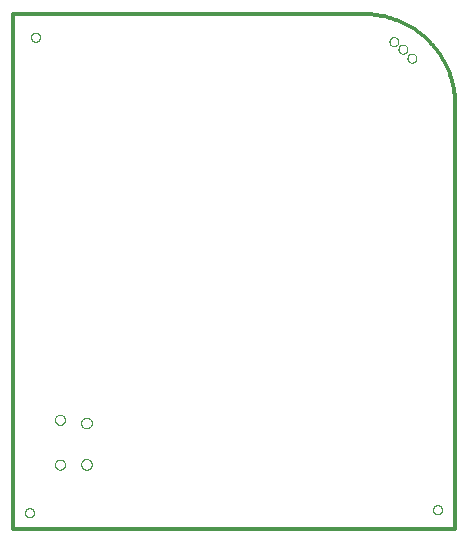
<source format=gko>
G75*
%MOIN*%
%OFA0B0*%
%FSLAX25Y25*%
%IPPOS*%
%LPD*%
%AMOC8*
5,1,8,0,0,1.08239X$1,22.5*
%
%ADD10C,0.01200*%
%ADD11C,0.00000*%
D10*
X0040433Y0036433D02*
X0040433Y0208134D01*
X0157860Y0208134D01*
X0158591Y0208119D01*
X0159321Y0208087D01*
X0160050Y0208036D01*
X0160778Y0207969D01*
X0161504Y0207883D01*
X0162227Y0207780D01*
X0162948Y0207660D01*
X0163666Y0207522D01*
X0164380Y0207368D01*
X0165091Y0207195D01*
X0165797Y0207006D01*
X0166498Y0206800D01*
X0167194Y0206576D01*
X0167884Y0206337D01*
X0168568Y0206080D01*
X0169246Y0205807D01*
X0169918Y0205518D01*
X0170582Y0205212D01*
X0171238Y0204891D01*
X0171886Y0204554D01*
X0172527Y0204201D01*
X0173158Y0203833D01*
X0173780Y0203449D01*
X0174393Y0203051D01*
X0174996Y0202638D01*
X0175589Y0202211D01*
X0176172Y0201769D01*
X0176743Y0201314D01*
X0177304Y0200845D01*
X0177853Y0200362D01*
X0178390Y0199866D01*
X0178915Y0199358D01*
X0179427Y0198837D01*
X0179927Y0198304D01*
X0180414Y0197758D01*
X0180887Y0197202D01*
X0181347Y0196633D01*
X0181793Y0196054D01*
X0182225Y0195465D01*
X0182642Y0194865D01*
X0183045Y0194255D01*
X0183433Y0193636D01*
X0183806Y0193007D01*
X0184164Y0192370D01*
X0184506Y0191724D01*
X0184832Y0191070D01*
X0185143Y0190408D01*
X0185437Y0189739D01*
X0185715Y0189063D01*
X0185977Y0188381D01*
X0186222Y0187692D01*
X0186451Y0186998D01*
X0186663Y0186299D01*
X0186857Y0185594D01*
X0187035Y0184885D01*
X0187195Y0184172D01*
X0187339Y0183455D01*
X0187464Y0182735D01*
X0187573Y0182013D01*
X0187664Y0181287D01*
X0187737Y0180560D01*
X0187793Y0179831D01*
X0187831Y0179101D01*
X0187851Y0178371D01*
X0187854Y0177640D01*
X0187854Y0036433D01*
X0040433Y0036433D01*
D11*
X0044433Y0041933D02*
X0044435Y0042010D01*
X0044441Y0042087D01*
X0044451Y0042164D01*
X0044465Y0042240D01*
X0044482Y0042315D01*
X0044504Y0042389D01*
X0044529Y0042462D01*
X0044559Y0042534D01*
X0044591Y0042604D01*
X0044628Y0042672D01*
X0044667Y0042738D01*
X0044710Y0042802D01*
X0044757Y0042864D01*
X0044806Y0042923D01*
X0044859Y0042980D01*
X0044914Y0043034D01*
X0044972Y0043085D01*
X0045033Y0043133D01*
X0045096Y0043178D01*
X0045161Y0043219D01*
X0045228Y0043257D01*
X0045297Y0043292D01*
X0045368Y0043322D01*
X0045440Y0043350D01*
X0045514Y0043373D01*
X0045588Y0043393D01*
X0045664Y0043409D01*
X0045740Y0043421D01*
X0045817Y0043429D01*
X0045894Y0043433D01*
X0045972Y0043433D01*
X0046049Y0043429D01*
X0046126Y0043421D01*
X0046202Y0043409D01*
X0046278Y0043393D01*
X0046352Y0043373D01*
X0046426Y0043350D01*
X0046498Y0043322D01*
X0046569Y0043292D01*
X0046638Y0043257D01*
X0046705Y0043219D01*
X0046770Y0043178D01*
X0046833Y0043133D01*
X0046894Y0043085D01*
X0046952Y0043034D01*
X0047007Y0042980D01*
X0047060Y0042923D01*
X0047109Y0042864D01*
X0047156Y0042802D01*
X0047199Y0042738D01*
X0047238Y0042672D01*
X0047275Y0042604D01*
X0047307Y0042534D01*
X0047337Y0042462D01*
X0047362Y0042389D01*
X0047384Y0042315D01*
X0047401Y0042240D01*
X0047415Y0042164D01*
X0047425Y0042087D01*
X0047431Y0042010D01*
X0047433Y0041933D01*
X0047431Y0041856D01*
X0047425Y0041779D01*
X0047415Y0041702D01*
X0047401Y0041626D01*
X0047384Y0041551D01*
X0047362Y0041477D01*
X0047337Y0041404D01*
X0047307Y0041332D01*
X0047275Y0041262D01*
X0047238Y0041194D01*
X0047199Y0041128D01*
X0047156Y0041064D01*
X0047109Y0041002D01*
X0047060Y0040943D01*
X0047007Y0040886D01*
X0046952Y0040832D01*
X0046894Y0040781D01*
X0046833Y0040733D01*
X0046770Y0040688D01*
X0046705Y0040647D01*
X0046638Y0040609D01*
X0046569Y0040574D01*
X0046498Y0040544D01*
X0046426Y0040516D01*
X0046352Y0040493D01*
X0046278Y0040473D01*
X0046202Y0040457D01*
X0046126Y0040445D01*
X0046049Y0040437D01*
X0045972Y0040433D01*
X0045894Y0040433D01*
X0045817Y0040437D01*
X0045740Y0040445D01*
X0045664Y0040457D01*
X0045588Y0040473D01*
X0045514Y0040493D01*
X0045440Y0040516D01*
X0045368Y0040544D01*
X0045297Y0040574D01*
X0045228Y0040609D01*
X0045161Y0040647D01*
X0045096Y0040688D01*
X0045033Y0040733D01*
X0044972Y0040781D01*
X0044914Y0040832D01*
X0044859Y0040886D01*
X0044806Y0040943D01*
X0044757Y0041002D01*
X0044710Y0041064D01*
X0044667Y0041128D01*
X0044628Y0041194D01*
X0044591Y0041262D01*
X0044559Y0041332D01*
X0044529Y0041404D01*
X0044504Y0041477D01*
X0044482Y0041551D01*
X0044465Y0041626D01*
X0044451Y0041702D01*
X0044441Y0041779D01*
X0044435Y0041856D01*
X0044433Y0041933D01*
X0054421Y0057953D02*
X0054423Y0058034D01*
X0054429Y0058116D01*
X0054439Y0058197D01*
X0054453Y0058277D01*
X0054470Y0058356D01*
X0054492Y0058435D01*
X0054517Y0058512D01*
X0054546Y0058589D01*
X0054579Y0058663D01*
X0054616Y0058736D01*
X0054655Y0058807D01*
X0054699Y0058876D01*
X0054745Y0058943D01*
X0054795Y0059007D01*
X0054848Y0059069D01*
X0054904Y0059129D01*
X0054962Y0059185D01*
X0055024Y0059239D01*
X0055088Y0059290D01*
X0055154Y0059337D01*
X0055222Y0059381D01*
X0055293Y0059422D01*
X0055365Y0059459D01*
X0055440Y0059493D01*
X0055515Y0059523D01*
X0055593Y0059549D01*
X0055671Y0059572D01*
X0055750Y0059590D01*
X0055830Y0059605D01*
X0055911Y0059616D01*
X0055992Y0059623D01*
X0056074Y0059626D01*
X0056155Y0059625D01*
X0056236Y0059620D01*
X0056317Y0059611D01*
X0056398Y0059598D01*
X0056478Y0059581D01*
X0056556Y0059561D01*
X0056634Y0059536D01*
X0056711Y0059508D01*
X0056786Y0059476D01*
X0056859Y0059441D01*
X0056930Y0059402D01*
X0057000Y0059359D01*
X0057067Y0059314D01*
X0057133Y0059265D01*
X0057195Y0059213D01*
X0057255Y0059157D01*
X0057312Y0059099D01*
X0057367Y0059039D01*
X0057418Y0058975D01*
X0057466Y0058910D01*
X0057511Y0058842D01*
X0057553Y0058772D01*
X0057591Y0058700D01*
X0057626Y0058626D01*
X0057657Y0058551D01*
X0057684Y0058474D01*
X0057707Y0058396D01*
X0057727Y0058317D01*
X0057743Y0058237D01*
X0057755Y0058156D01*
X0057763Y0058075D01*
X0057767Y0057994D01*
X0057767Y0057912D01*
X0057763Y0057831D01*
X0057755Y0057750D01*
X0057743Y0057669D01*
X0057727Y0057589D01*
X0057707Y0057510D01*
X0057684Y0057432D01*
X0057657Y0057355D01*
X0057626Y0057280D01*
X0057591Y0057206D01*
X0057553Y0057134D01*
X0057511Y0057064D01*
X0057466Y0056996D01*
X0057418Y0056931D01*
X0057367Y0056867D01*
X0057312Y0056807D01*
X0057255Y0056749D01*
X0057195Y0056693D01*
X0057133Y0056641D01*
X0057067Y0056592D01*
X0057000Y0056547D01*
X0056931Y0056504D01*
X0056859Y0056465D01*
X0056786Y0056430D01*
X0056711Y0056398D01*
X0056634Y0056370D01*
X0056556Y0056345D01*
X0056478Y0056325D01*
X0056398Y0056308D01*
X0056317Y0056295D01*
X0056236Y0056286D01*
X0056155Y0056281D01*
X0056074Y0056280D01*
X0055992Y0056283D01*
X0055911Y0056290D01*
X0055830Y0056301D01*
X0055750Y0056316D01*
X0055671Y0056334D01*
X0055593Y0056357D01*
X0055515Y0056383D01*
X0055440Y0056413D01*
X0055365Y0056447D01*
X0055293Y0056484D01*
X0055222Y0056525D01*
X0055154Y0056569D01*
X0055088Y0056616D01*
X0055024Y0056667D01*
X0054962Y0056721D01*
X0054904Y0056777D01*
X0054848Y0056837D01*
X0054795Y0056899D01*
X0054745Y0056963D01*
X0054699Y0057030D01*
X0054655Y0057099D01*
X0054616Y0057170D01*
X0054579Y0057243D01*
X0054546Y0057317D01*
X0054517Y0057394D01*
X0054492Y0057471D01*
X0054470Y0057550D01*
X0054453Y0057629D01*
X0054439Y0057709D01*
X0054429Y0057790D01*
X0054423Y0057872D01*
X0054421Y0057953D01*
X0063161Y0058043D02*
X0063163Y0058127D01*
X0063169Y0058210D01*
X0063179Y0058293D01*
X0063193Y0058376D01*
X0063210Y0058458D01*
X0063232Y0058539D01*
X0063257Y0058618D01*
X0063286Y0058697D01*
X0063319Y0058774D01*
X0063355Y0058849D01*
X0063395Y0058923D01*
X0063438Y0058995D01*
X0063485Y0059064D01*
X0063535Y0059131D01*
X0063588Y0059196D01*
X0063644Y0059258D01*
X0063702Y0059318D01*
X0063764Y0059375D01*
X0063828Y0059428D01*
X0063895Y0059479D01*
X0063964Y0059526D01*
X0064035Y0059571D01*
X0064108Y0059611D01*
X0064183Y0059648D01*
X0064260Y0059682D01*
X0064338Y0059712D01*
X0064417Y0059738D01*
X0064498Y0059761D01*
X0064580Y0059779D01*
X0064662Y0059794D01*
X0064745Y0059805D01*
X0064828Y0059812D01*
X0064912Y0059815D01*
X0064996Y0059814D01*
X0065079Y0059809D01*
X0065163Y0059800D01*
X0065245Y0059787D01*
X0065327Y0059771D01*
X0065408Y0059750D01*
X0065489Y0059726D01*
X0065567Y0059698D01*
X0065645Y0059666D01*
X0065721Y0059630D01*
X0065795Y0059591D01*
X0065867Y0059549D01*
X0065937Y0059503D01*
X0066005Y0059454D01*
X0066070Y0059402D01*
X0066133Y0059347D01*
X0066193Y0059289D01*
X0066251Y0059228D01*
X0066305Y0059164D01*
X0066357Y0059098D01*
X0066405Y0059030D01*
X0066450Y0058959D01*
X0066491Y0058886D01*
X0066530Y0058812D01*
X0066564Y0058736D01*
X0066595Y0058658D01*
X0066622Y0058579D01*
X0066646Y0058498D01*
X0066665Y0058417D01*
X0066681Y0058335D01*
X0066693Y0058252D01*
X0066701Y0058168D01*
X0066705Y0058085D01*
X0066705Y0058001D01*
X0066701Y0057918D01*
X0066693Y0057834D01*
X0066681Y0057751D01*
X0066665Y0057669D01*
X0066646Y0057588D01*
X0066622Y0057507D01*
X0066595Y0057428D01*
X0066564Y0057350D01*
X0066530Y0057274D01*
X0066491Y0057200D01*
X0066450Y0057127D01*
X0066405Y0057056D01*
X0066357Y0056988D01*
X0066305Y0056922D01*
X0066251Y0056858D01*
X0066193Y0056797D01*
X0066133Y0056739D01*
X0066070Y0056684D01*
X0066005Y0056632D01*
X0065937Y0056583D01*
X0065867Y0056537D01*
X0065795Y0056495D01*
X0065721Y0056456D01*
X0065645Y0056420D01*
X0065567Y0056388D01*
X0065489Y0056360D01*
X0065408Y0056336D01*
X0065327Y0056315D01*
X0065245Y0056299D01*
X0065163Y0056286D01*
X0065079Y0056277D01*
X0064996Y0056272D01*
X0064912Y0056271D01*
X0064828Y0056274D01*
X0064745Y0056281D01*
X0064662Y0056292D01*
X0064580Y0056307D01*
X0064498Y0056325D01*
X0064417Y0056348D01*
X0064338Y0056374D01*
X0064260Y0056404D01*
X0064183Y0056438D01*
X0064108Y0056475D01*
X0064035Y0056515D01*
X0063964Y0056560D01*
X0063895Y0056607D01*
X0063828Y0056658D01*
X0063764Y0056711D01*
X0063702Y0056768D01*
X0063644Y0056828D01*
X0063588Y0056890D01*
X0063535Y0056955D01*
X0063485Y0057022D01*
X0063438Y0057091D01*
X0063395Y0057163D01*
X0063355Y0057237D01*
X0063319Y0057312D01*
X0063286Y0057389D01*
X0063257Y0057468D01*
X0063232Y0057547D01*
X0063210Y0057628D01*
X0063193Y0057710D01*
X0063179Y0057793D01*
X0063169Y0057876D01*
X0063163Y0057959D01*
X0063161Y0058043D01*
X0063161Y0071823D02*
X0063163Y0071907D01*
X0063169Y0071990D01*
X0063179Y0072073D01*
X0063193Y0072156D01*
X0063210Y0072238D01*
X0063232Y0072319D01*
X0063257Y0072398D01*
X0063286Y0072477D01*
X0063319Y0072554D01*
X0063355Y0072629D01*
X0063395Y0072703D01*
X0063438Y0072775D01*
X0063485Y0072844D01*
X0063535Y0072911D01*
X0063588Y0072976D01*
X0063644Y0073038D01*
X0063702Y0073098D01*
X0063764Y0073155D01*
X0063828Y0073208D01*
X0063895Y0073259D01*
X0063964Y0073306D01*
X0064035Y0073351D01*
X0064108Y0073391D01*
X0064183Y0073428D01*
X0064260Y0073462D01*
X0064338Y0073492D01*
X0064417Y0073518D01*
X0064498Y0073541D01*
X0064580Y0073559D01*
X0064662Y0073574D01*
X0064745Y0073585D01*
X0064828Y0073592D01*
X0064912Y0073595D01*
X0064996Y0073594D01*
X0065079Y0073589D01*
X0065163Y0073580D01*
X0065245Y0073567D01*
X0065327Y0073551D01*
X0065408Y0073530D01*
X0065489Y0073506D01*
X0065567Y0073478D01*
X0065645Y0073446D01*
X0065721Y0073410D01*
X0065795Y0073371D01*
X0065867Y0073329D01*
X0065937Y0073283D01*
X0066005Y0073234D01*
X0066070Y0073182D01*
X0066133Y0073127D01*
X0066193Y0073069D01*
X0066251Y0073008D01*
X0066305Y0072944D01*
X0066357Y0072878D01*
X0066405Y0072810D01*
X0066450Y0072739D01*
X0066491Y0072666D01*
X0066530Y0072592D01*
X0066564Y0072516D01*
X0066595Y0072438D01*
X0066622Y0072359D01*
X0066646Y0072278D01*
X0066665Y0072197D01*
X0066681Y0072115D01*
X0066693Y0072032D01*
X0066701Y0071948D01*
X0066705Y0071865D01*
X0066705Y0071781D01*
X0066701Y0071698D01*
X0066693Y0071614D01*
X0066681Y0071531D01*
X0066665Y0071449D01*
X0066646Y0071368D01*
X0066622Y0071287D01*
X0066595Y0071208D01*
X0066564Y0071130D01*
X0066530Y0071054D01*
X0066491Y0070980D01*
X0066450Y0070907D01*
X0066405Y0070836D01*
X0066357Y0070768D01*
X0066305Y0070702D01*
X0066251Y0070638D01*
X0066193Y0070577D01*
X0066133Y0070519D01*
X0066070Y0070464D01*
X0066005Y0070412D01*
X0065937Y0070363D01*
X0065867Y0070317D01*
X0065795Y0070275D01*
X0065721Y0070236D01*
X0065645Y0070200D01*
X0065567Y0070168D01*
X0065489Y0070140D01*
X0065408Y0070116D01*
X0065327Y0070095D01*
X0065245Y0070079D01*
X0065163Y0070066D01*
X0065079Y0070057D01*
X0064996Y0070052D01*
X0064912Y0070051D01*
X0064828Y0070054D01*
X0064745Y0070061D01*
X0064662Y0070072D01*
X0064580Y0070087D01*
X0064498Y0070105D01*
X0064417Y0070128D01*
X0064338Y0070154D01*
X0064260Y0070184D01*
X0064183Y0070218D01*
X0064108Y0070255D01*
X0064035Y0070295D01*
X0063964Y0070340D01*
X0063895Y0070387D01*
X0063828Y0070438D01*
X0063764Y0070491D01*
X0063702Y0070548D01*
X0063644Y0070608D01*
X0063588Y0070670D01*
X0063535Y0070735D01*
X0063485Y0070802D01*
X0063438Y0070871D01*
X0063395Y0070943D01*
X0063355Y0071017D01*
X0063319Y0071092D01*
X0063286Y0071169D01*
X0063257Y0071248D01*
X0063232Y0071327D01*
X0063210Y0071408D01*
X0063193Y0071490D01*
X0063179Y0071573D01*
X0063169Y0071656D01*
X0063163Y0071739D01*
X0063161Y0071823D01*
X0054421Y0072913D02*
X0054423Y0072994D01*
X0054429Y0073076D01*
X0054439Y0073157D01*
X0054453Y0073237D01*
X0054470Y0073316D01*
X0054492Y0073395D01*
X0054517Y0073472D01*
X0054546Y0073549D01*
X0054579Y0073623D01*
X0054616Y0073696D01*
X0054655Y0073767D01*
X0054699Y0073836D01*
X0054745Y0073903D01*
X0054795Y0073967D01*
X0054848Y0074029D01*
X0054904Y0074089D01*
X0054962Y0074145D01*
X0055024Y0074199D01*
X0055088Y0074250D01*
X0055154Y0074297D01*
X0055222Y0074341D01*
X0055293Y0074382D01*
X0055365Y0074419D01*
X0055440Y0074453D01*
X0055515Y0074483D01*
X0055593Y0074509D01*
X0055671Y0074532D01*
X0055750Y0074550D01*
X0055830Y0074565D01*
X0055911Y0074576D01*
X0055992Y0074583D01*
X0056074Y0074586D01*
X0056155Y0074585D01*
X0056236Y0074580D01*
X0056317Y0074571D01*
X0056398Y0074558D01*
X0056478Y0074541D01*
X0056556Y0074521D01*
X0056634Y0074496D01*
X0056711Y0074468D01*
X0056786Y0074436D01*
X0056859Y0074401D01*
X0056930Y0074362D01*
X0057000Y0074319D01*
X0057067Y0074274D01*
X0057133Y0074225D01*
X0057195Y0074173D01*
X0057255Y0074117D01*
X0057312Y0074059D01*
X0057367Y0073999D01*
X0057418Y0073935D01*
X0057466Y0073870D01*
X0057511Y0073802D01*
X0057553Y0073732D01*
X0057591Y0073660D01*
X0057626Y0073586D01*
X0057657Y0073511D01*
X0057684Y0073434D01*
X0057707Y0073356D01*
X0057727Y0073277D01*
X0057743Y0073197D01*
X0057755Y0073116D01*
X0057763Y0073035D01*
X0057767Y0072954D01*
X0057767Y0072872D01*
X0057763Y0072791D01*
X0057755Y0072710D01*
X0057743Y0072629D01*
X0057727Y0072549D01*
X0057707Y0072470D01*
X0057684Y0072392D01*
X0057657Y0072315D01*
X0057626Y0072240D01*
X0057591Y0072166D01*
X0057553Y0072094D01*
X0057511Y0072024D01*
X0057466Y0071956D01*
X0057418Y0071891D01*
X0057367Y0071827D01*
X0057312Y0071767D01*
X0057255Y0071709D01*
X0057195Y0071653D01*
X0057133Y0071601D01*
X0057067Y0071552D01*
X0057000Y0071507D01*
X0056931Y0071464D01*
X0056859Y0071425D01*
X0056786Y0071390D01*
X0056711Y0071358D01*
X0056634Y0071330D01*
X0056556Y0071305D01*
X0056478Y0071285D01*
X0056398Y0071268D01*
X0056317Y0071255D01*
X0056236Y0071246D01*
X0056155Y0071241D01*
X0056074Y0071240D01*
X0055992Y0071243D01*
X0055911Y0071250D01*
X0055830Y0071261D01*
X0055750Y0071276D01*
X0055671Y0071294D01*
X0055593Y0071317D01*
X0055515Y0071343D01*
X0055440Y0071373D01*
X0055365Y0071407D01*
X0055293Y0071444D01*
X0055222Y0071485D01*
X0055154Y0071529D01*
X0055088Y0071576D01*
X0055024Y0071627D01*
X0054962Y0071681D01*
X0054904Y0071737D01*
X0054848Y0071797D01*
X0054795Y0071859D01*
X0054745Y0071923D01*
X0054699Y0071990D01*
X0054655Y0072059D01*
X0054616Y0072130D01*
X0054579Y0072203D01*
X0054546Y0072277D01*
X0054517Y0072354D01*
X0054492Y0072431D01*
X0054470Y0072510D01*
X0054453Y0072589D01*
X0054439Y0072669D01*
X0054429Y0072750D01*
X0054423Y0072832D01*
X0054421Y0072913D01*
X0046433Y0200433D02*
X0046435Y0200510D01*
X0046441Y0200587D01*
X0046451Y0200664D01*
X0046465Y0200740D01*
X0046482Y0200815D01*
X0046504Y0200889D01*
X0046529Y0200962D01*
X0046559Y0201034D01*
X0046591Y0201104D01*
X0046628Y0201172D01*
X0046667Y0201238D01*
X0046710Y0201302D01*
X0046757Y0201364D01*
X0046806Y0201423D01*
X0046859Y0201480D01*
X0046914Y0201534D01*
X0046972Y0201585D01*
X0047033Y0201633D01*
X0047096Y0201678D01*
X0047161Y0201719D01*
X0047228Y0201757D01*
X0047297Y0201792D01*
X0047368Y0201822D01*
X0047440Y0201850D01*
X0047514Y0201873D01*
X0047588Y0201893D01*
X0047664Y0201909D01*
X0047740Y0201921D01*
X0047817Y0201929D01*
X0047894Y0201933D01*
X0047972Y0201933D01*
X0048049Y0201929D01*
X0048126Y0201921D01*
X0048202Y0201909D01*
X0048278Y0201893D01*
X0048352Y0201873D01*
X0048426Y0201850D01*
X0048498Y0201822D01*
X0048569Y0201792D01*
X0048638Y0201757D01*
X0048705Y0201719D01*
X0048770Y0201678D01*
X0048833Y0201633D01*
X0048894Y0201585D01*
X0048952Y0201534D01*
X0049007Y0201480D01*
X0049060Y0201423D01*
X0049109Y0201364D01*
X0049156Y0201302D01*
X0049199Y0201238D01*
X0049238Y0201172D01*
X0049275Y0201104D01*
X0049307Y0201034D01*
X0049337Y0200962D01*
X0049362Y0200889D01*
X0049384Y0200815D01*
X0049401Y0200740D01*
X0049415Y0200664D01*
X0049425Y0200587D01*
X0049431Y0200510D01*
X0049433Y0200433D01*
X0049431Y0200356D01*
X0049425Y0200279D01*
X0049415Y0200202D01*
X0049401Y0200126D01*
X0049384Y0200051D01*
X0049362Y0199977D01*
X0049337Y0199904D01*
X0049307Y0199832D01*
X0049275Y0199762D01*
X0049238Y0199694D01*
X0049199Y0199628D01*
X0049156Y0199564D01*
X0049109Y0199502D01*
X0049060Y0199443D01*
X0049007Y0199386D01*
X0048952Y0199332D01*
X0048894Y0199281D01*
X0048833Y0199233D01*
X0048770Y0199188D01*
X0048705Y0199147D01*
X0048638Y0199109D01*
X0048569Y0199074D01*
X0048498Y0199044D01*
X0048426Y0199016D01*
X0048352Y0198993D01*
X0048278Y0198973D01*
X0048202Y0198957D01*
X0048126Y0198945D01*
X0048049Y0198937D01*
X0047972Y0198933D01*
X0047894Y0198933D01*
X0047817Y0198937D01*
X0047740Y0198945D01*
X0047664Y0198957D01*
X0047588Y0198973D01*
X0047514Y0198993D01*
X0047440Y0199016D01*
X0047368Y0199044D01*
X0047297Y0199074D01*
X0047228Y0199109D01*
X0047161Y0199147D01*
X0047096Y0199188D01*
X0047033Y0199233D01*
X0046972Y0199281D01*
X0046914Y0199332D01*
X0046859Y0199386D01*
X0046806Y0199443D01*
X0046757Y0199502D01*
X0046710Y0199564D01*
X0046667Y0199628D01*
X0046628Y0199694D01*
X0046591Y0199762D01*
X0046559Y0199832D01*
X0046529Y0199904D01*
X0046504Y0199977D01*
X0046482Y0200051D01*
X0046465Y0200126D01*
X0046451Y0200202D01*
X0046441Y0200279D01*
X0046435Y0200356D01*
X0046433Y0200433D01*
X0165933Y0198933D02*
X0165935Y0199010D01*
X0165941Y0199087D01*
X0165951Y0199164D01*
X0165965Y0199240D01*
X0165982Y0199315D01*
X0166004Y0199389D01*
X0166029Y0199462D01*
X0166059Y0199534D01*
X0166091Y0199604D01*
X0166128Y0199672D01*
X0166167Y0199738D01*
X0166210Y0199802D01*
X0166257Y0199864D01*
X0166306Y0199923D01*
X0166359Y0199980D01*
X0166414Y0200034D01*
X0166472Y0200085D01*
X0166533Y0200133D01*
X0166596Y0200178D01*
X0166661Y0200219D01*
X0166728Y0200257D01*
X0166797Y0200292D01*
X0166868Y0200322D01*
X0166940Y0200350D01*
X0167014Y0200373D01*
X0167088Y0200393D01*
X0167164Y0200409D01*
X0167240Y0200421D01*
X0167317Y0200429D01*
X0167394Y0200433D01*
X0167472Y0200433D01*
X0167549Y0200429D01*
X0167626Y0200421D01*
X0167702Y0200409D01*
X0167778Y0200393D01*
X0167852Y0200373D01*
X0167926Y0200350D01*
X0167998Y0200322D01*
X0168069Y0200292D01*
X0168138Y0200257D01*
X0168205Y0200219D01*
X0168270Y0200178D01*
X0168333Y0200133D01*
X0168394Y0200085D01*
X0168452Y0200034D01*
X0168507Y0199980D01*
X0168560Y0199923D01*
X0168609Y0199864D01*
X0168656Y0199802D01*
X0168699Y0199738D01*
X0168738Y0199672D01*
X0168775Y0199604D01*
X0168807Y0199534D01*
X0168837Y0199462D01*
X0168862Y0199389D01*
X0168884Y0199315D01*
X0168901Y0199240D01*
X0168915Y0199164D01*
X0168925Y0199087D01*
X0168931Y0199010D01*
X0168933Y0198933D01*
X0168931Y0198856D01*
X0168925Y0198779D01*
X0168915Y0198702D01*
X0168901Y0198626D01*
X0168884Y0198551D01*
X0168862Y0198477D01*
X0168837Y0198404D01*
X0168807Y0198332D01*
X0168775Y0198262D01*
X0168738Y0198194D01*
X0168699Y0198128D01*
X0168656Y0198064D01*
X0168609Y0198002D01*
X0168560Y0197943D01*
X0168507Y0197886D01*
X0168452Y0197832D01*
X0168394Y0197781D01*
X0168333Y0197733D01*
X0168270Y0197688D01*
X0168205Y0197647D01*
X0168138Y0197609D01*
X0168069Y0197574D01*
X0167998Y0197544D01*
X0167926Y0197516D01*
X0167852Y0197493D01*
X0167778Y0197473D01*
X0167702Y0197457D01*
X0167626Y0197445D01*
X0167549Y0197437D01*
X0167472Y0197433D01*
X0167394Y0197433D01*
X0167317Y0197437D01*
X0167240Y0197445D01*
X0167164Y0197457D01*
X0167088Y0197473D01*
X0167014Y0197493D01*
X0166940Y0197516D01*
X0166868Y0197544D01*
X0166797Y0197574D01*
X0166728Y0197609D01*
X0166661Y0197647D01*
X0166596Y0197688D01*
X0166533Y0197733D01*
X0166472Y0197781D01*
X0166414Y0197832D01*
X0166359Y0197886D01*
X0166306Y0197943D01*
X0166257Y0198002D01*
X0166210Y0198064D01*
X0166167Y0198128D01*
X0166128Y0198194D01*
X0166091Y0198262D01*
X0166059Y0198332D01*
X0166029Y0198404D01*
X0166004Y0198477D01*
X0165982Y0198551D01*
X0165965Y0198626D01*
X0165951Y0198702D01*
X0165941Y0198779D01*
X0165935Y0198856D01*
X0165933Y0198933D01*
X0168933Y0196433D02*
X0168935Y0196510D01*
X0168941Y0196587D01*
X0168951Y0196664D01*
X0168965Y0196740D01*
X0168982Y0196815D01*
X0169004Y0196889D01*
X0169029Y0196962D01*
X0169059Y0197034D01*
X0169091Y0197104D01*
X0169128Y0197172D01*
X0169167Y0197238D01*
X0169210Y0197302D01*
X0169257Y0197364D01*
X0169306Y0197423D01*
X0169359Y0197480D01*
X0169414Y0197534D01*
X0169472Y0197585D01*
X0169533Y0197633D01*
X0169596Y0197678D01*
X0169661Y0197719D01*
X0169728Y0197757D01*
X0169797Y0197792D01*
X0169868Y0197822D01*
X0169940Y0197850D01*
X0170014Y0197873D01*
X0170088Y0197893D01*
X0170164Y0197909D01*
X0170240Y0197921D01*
X0170317Y0197929D01*
X0170394Y0197933D01*
X0170472Y0197933D01*
X0170549Y0197929D01*
X0170626Y0197921D01*
X0170702Y0197909D01*
X0170778Y0197893D01*
X0170852Y0197873D01*
X0170926Y0197850D01*
X0170998Y0197822D01*
X0171069Y0197792D01*
X0171138Y0197757D01*
X0171205Y0197719D01*
X0171270Y0197678D01*
X0171333Y0197633D01*
X0171394Y0197585D01*
X0171452Y0197534D01*
X0171507Y0197480D01*
X0171560Y0197423D01*
X0171609Y0197364D01*
X0171656Y0197302D01*
X0171699Y0197238D01*
X0171738Y0197172D01*
X0171775Y0197104D01*
X0171807Y0197034D01*
X0171837Y0196962D01*
X0171862Y0196889D01*
X0171884Y0196815D01*
X0171901Y0196740D01*
X0171915Y0196664D01*
X0171925Y0196587D01*
X0171931Y0196510D01*
X0171933Y0196433D01*
X0171931Y0196356D01*
X0171925Y0196279D01*
X0171915Y0196202D01*
X0171901Y0196126D01*
X0171884Y0196051D01*
X0171862Y0195977D01*
X0171837Y0195904D01*
X0171807Y0195832D01*
X0171775Y0195762D01*
X0171738Y0195694D01*
X0171699Y0195628D01*
X0171656Y0195564D01*
X0171609Y0195502D01*
X0171560Y0195443D01*
X0171507Y0195386D01*
X0171452Y0195332D01*
X0171394Y0195281D01*
X0171333Y0195233D01*
X0171270Y0195188D01*
X0171205Y0195147D01*
X0171138Y0195109D01*
X0171069Y0195074D01*
X0170998Y0195044D01*
X0170926Y0195016D01*
X0170852Y0194993D01*
X0170778Y0194973D01*
X0170702Y0194957D01*
X0170626Y0194945D01*
X0170549Y0194937D01*
X0170472Y0194933D01*
X0170394Y0194933D01*
X0170317Y0194937D01*
X0170240Y0194945D01*
X0170164Y0194957D01*
X0170088Y0194973D01*
X0170014Y0194993D01*
X0169940Y0195016D01*
X0169868Y0195044D01*
X0169797Y0195074D01*
X0169728Y0195109D01*
X0169661Y0195147D01*
X0169596Y0195188D01*
X0169533Y0195233D01*
X0169472Y0195281D01*
X0169414Y0195332D01*
X0169359Y0195386D01*
X0169306Y0195443D01*
X0169257Y0195502D01*
X0169210Y0195564D01*
X0169167Y0195628D01*
X0169128Y0195694D01*
X0169091Y0195762D01*
X0169059Y0195832D01*
X0169029Y0195904D01*
X0169004Y0195977D01*
X0168982Y0196051D01*
X0168965Y0196126D01*
X0168951Y0196202D01*
X0168941Y0196279D01*
X0168935Y0196356D01*
X0168933Y0196433D01*
X0171933Y0193433D02*
X0171935Y0193510D01*
X0171941Y0193587D01*
X0171951Y0193664D01*
X0171965Y0193740D01*
X0171982Y0193815D01*
X0172004Y0193889D01*
X0172029Y0193962D01*
X0172059Y0194034D01*
X0172091Y0194104D01*
X0172128Y0194172D01*
X0172167Y0194238D01*
X0172210Y0194302D01*
X0172257Y0194364D01*
X0172306Y0194423D01*
X0172359Y0194480D01*
X0172414Y0194534D01*
X0172472Y0194585D01*
X0172533Y0194633D01*
X0172596Y0194678D01*
X0172661Y0194719D01*
X0172728Y0194757D01*
X0172797Y0194792D01*
X0172868Y0194822D01*
X0172940Y0194850D01*
X0173014Y0194873D01*
X0173088Y0194893D01*
X0173164Y0194909D01*
X0173240Y0194921D01*
X0173317Y0194929D01*
X0173394Y0194933D01*
X0173472Y0194933D01*
X0173549Y0194929D01*
X0173626Y0194921D01*
X0173702Y0194909D01*
X0173778Y0194893D01*
X0173852Y0194873D01*
X0173926Y0194850D01*
X0173998Y0194822D01*
X0174069Y0194792D01*
X0174138Y0194757D01*
X0174205Y0194719D01*
X0174270Y0194678D01*
X0174333Y0194633D01*
X0174394Y0194585D01*
X0174452Y0194534D01*
X0174507Y0194480D01*
X0174560Y0194423D01*
X0174609Y0194364D01*
X0174656Y0194302D01*
X0174699Y0194238D01*
X0174738Y0194172D01*
X0174775Y0194104D01*
X0174807Y0194034D01*
X0174837Y0193962D01*
X0174862Y0193889D01*
X0174884Y0193815D01*
X0174901Y0193740D01*
X0174915Y0193664D01*
X0174925Y0193587D01*
X0174931Y0193510D01*
X0174933Y0193433D01*
X0174931Y0193356D01*
X0174925Y0193279D01*
X0174915Y0193202D01*
X0174901Y0193126D01*
X0174884Y0193051D01*
X0174862Y0192977D01*
X0174837Y0192904D01*
X0174807Y0192832D01*
X0174775Y0192762D01*
X0174738Y0192694D01*
X0174699Y0192628D01*
X0174656Y0192564D01*
X0174609Y0192502D01*
X0174560Y0192443D01*
X0174507Y0192386D01*
X0174452Y0192332D01*
X0174394Y0192281D01*
X0174333Y0192233D01*
X0174270Y0192188D01*
X0174205Y0192147D01*
X0174138Y0192109D01*
X0174069Y0192074D01*
X0173998Y0192044D01*
X0173926Y0192016D01*
X0173852Y0191993D01*
X0173778Y0191973D01*
X0173702Y0191957D01*
X0173626Y0191945D01*
X0173549Y0191937D01*
X0173472Y0191933D01*
X0173394Y0191933D01*
X0173317Y0191937D01*
X0173240Y0191945D01*
X0173164Y0191957D01*
X0173088Y0191973D01*
X0173014Y0191993D01*
X0172940Y0192016D01*
X0172868Y0192044D01*
X0172797Y0192074D01*
X0172728Y0192109D01*
X0172661Y0192147D01*
X0172596Y0192188D01*
X0172533Y0192233D01*
X0172472Y0192281D01*
X0172414Y0192332D01*
X0172359Y0192386D01*
X0172306Y0192443D01*
X0172257Y0192502D01*
X0172210Y0192564D01*
X0172167Y0192628D01*
X0172128Y0192694D01*
X0172091Y0192762D01*
X0172059Y0192832D01*
X0172029Y0192904D01*
X0172004Y0192977D01*
X0171982Y0193051D01*
X0171965Y0193126D01*
X0171951Y0193202D01*
X0171941Y0193279D01*
X0171935Y0193356D01*
X0171933Y0193433D01*
X0180433Y0042933D02*
X0180435Y0043010D01*
X0180441Y0043087D01*
X0180451Y0043164D01*
X0180465Y0043240D01*
X0180482Y0043315D01*
X0180504Y0043389D01*
X0180529Y0043462D01*
X0180559Y0043534D01*
X0180591Y0043604D01*
X0180628Y0043672D01*
X0180667Y0043738D01*
X0180710Y0043802D01*
X0180757Y0043864D01*
X0180806Y0043923D01*
X0180859Y0043980D01*
X0180914Y0044034D01*
X0180972Y0044085D01*
X0181033Y0044133D01*
X0181096Y0044178D01*
X0181161Y0044219D01*
X0181228Y0044257D01*
X0181297Y0044292D01*
X0181368Y0044322D01*
X0181440Y0044350D01*
X0181514Y0044373D01*
X0181588Y0044393D01*
X0181664Y0044409D01*
X0181740Y0044421D01*
X0181817Y0044429D01*
X0181894Y0044433D01*
X0181972Y0044433D01*
X0182049Y0044429D01*
X0182126Y0044421D01*
X0182202Y0044409D01*
X0182278Y0044393D01*
X0182352Y0044373D01*
X0182426Y0044350D01*
X0182498Y0044322D01*
X0182569Y0044292D01*
X0182638Y0044257D01*
X0182705Y0044219D01*
X0182770Y0044178D01*
X0182833Y0044133D01*
X0182894Y0044085D01*
X0182952Y0044034D01*
X0183007Y0043980D01*
X0183060Y0043923D01*
X0183109Y0043864D01*
X0183156Y0043802D01*
X0183199Y0043738D01*
X0183238Y0043672D01*
X0183275Y0043604D01*
X0183307Y0043534D01*
X0183337Y0043462D01*
X0183362Y0043389D01*
X0183384Y0043315D01*
X0183401Y0043240D01*
X0183415Y0043164D01*
X0183425Y0043087D01*
X0183431Y0043010D01*
X0183433Y0042933D01*
X0183431Y0042856D01*
X0183425Y0042779D01*
X0183415Y0042702D01*
X0183401Y0042626D01*
X0183384Y0042551D01*
X0183362Y0042477D01*
X0183337Y0042404D01*
X0183307Y0042332D01*
X0183275Y0042262D01*
X0183238Y0042194D01*
X0183199Y0042128D01*
X0183156Y0042064D01*
X0183109Y0042002D01*
X0183060Y0041943D01*
X0183007Y0041886D01*
X0182952Y0041832D01*
X0182894Y0041781D01*
X0182833Y0041733D01*
X0182770Y0041688D01*
X0182705Y0041647D01*
X0182638Y0041609D01*
X0182569Y0041574D01*
X0182498Y0041544D01*
X0182426Y0041516D01*
X0182352Y0041493D01*
X0182278Y0041473D01*
X0182202Y0041457D01*
X0182126Y0041445D01*
X0182049Y0041437D01*
X0181972Y0041433D01*
X0181894Y0041433D01*
X0181817Y0041437D01*
X0181740Y0041445D01*
X0181664Y0041457D01*
X0181588Y0041473D01*
X0181514Y0041493D01*
X0181440Y0041516D01*
X0181368Y0041544D01*
X0181297Y0041574D01*
X0181228Y0041609D01*
X0181161Y0041647D01*
X0181096Y0041688D01*
X0181033Y0041733D01*
X0180972Y0041781D01*
X0180914Y0041832D01*
X0180859Y0041886D01*
X0180806Y0041943D01*
X0180757Y0042002D01*
X0180710Y0042064D01*
X0180667Y0042128D01*
X0180628Y0042194D01*
X0180591Y0042262D01*
X0180559Y0042332D01*
X0180529Y0042404D01*
X0180504Y0042477D01*
X0180482Y0042551D01*
X0180465Y0042626D01*
X0180451Y0042702D01*
X0180441Y0042779D01*
X0180435Y0042856D01*
X0180433Y0042933D01*
M02*

</source>
